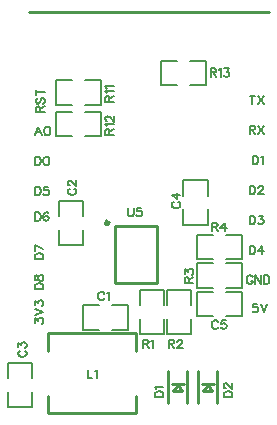
<source format=gto>
G04 Layer: TopSilkLayer*
G04 EasyEDA v6.1.52, Mon, 29 Jul 2019 07:14:48 GMT*
G04 763c4d154c644d5a9bd2c91acdf97d9b,a2ddd735335a41bd89ccdca2c933086a,10*
G04 Gerber Generator version 0.2*
G04 Scale: 100 percent, Rotated: No, Reflected: No *
G04 Dimensions in millimeters *
G04 leading zeros omitted , absolute positions ,3 integer and 3 decimal *
%FSLAX33Y33*%
%MOMM*%
G90*
G71D02*

%ADD10C,0.254000*%
%ADD27C,0.199898*%
%ADD28C,0.299999*%
%ADD29C,0.152400*%

%LPD*%
G54D10*
G01X9652Y16154D02*
G01X9652Y11328D01*
G01X13258Y11328D01*
G01X13258Y16129D01*
G01X13258Y16129D01*
G01X9652Y16154D02*
G01X9652Y16154D01*
G01X13258Y16154D01*
G54D27*
G01X4933Y15828D02*
G01X4933Y14507D01*
G01X7004Y14507D01*
G01X7004Y15828D01*
G01X4933Y16960D02*
G01X4933Y18280D01*
G01X7004Y18280D01*
G01X7004Y16960D01*
G01X9444Y7346D02*
G01X10765Y7346D01*
G01X10765Y9417D01*
G01X9444Y9417D01*
G01X8312Y7346D02*
G01X6992Y7346D01*
G01X6992Y9417D01*
G01X8312Y9417D01*
G01X19096Y10903D02*
G01X20416Y10903D01*
G01X20416Y12973D01*
G01X19096Y12973D01*
G01X17964Y10903D02*
G01X16644Y10903D01*
G01X16644Y12973D01*
G01X17964Y12973D01*
G01X615Y2112D02*
G01X615Y791D01*
G01X2686Y791D01*
G01X2686Y2112D01*
G01X615Y3244D02*
G01X615Y4564D01*
G01X2686Y4564D01*
G01X2686Y3244D01*
G01X16147Y9444D02*
G01X16147Y10764D01*
G01X14077Y10764D01*
G01X14077Y9444D01*
G01X16147Y8312D02*
G01X16147Y6992D01*
G01X14077Y6992D01*
G01X14077Y8312D01*
G01X19096Y13316D02*
G01X20416Y13316D01*
G01X20416Y15386D01*
G01X19096Y15386D01*
G01X17964Y13316D02*
G01X16644Y13316D01*
G01X16644Y15386D01*
G01X17964Y15386D01*
G01X17987Y10560D02*
G01X16666Y10560D01*
G01X16666Y8489D01*
G01X17987Y8489D01*
G01X19119Y10560D02*
G01X20439Y10560D01*
G01X20439Y8489D01*
G01X19119Y8489D01*
G01X17544Y18715D02*
G01X17544Y20035D01*
G01X15474Y20035D01*
G01X15474Y18715D01*
G01X17544Y17583D02*
G01X17544Y16263D01*
G01X15474Y16263D01*
G01X15474Y17583D01*
G01X7158Y26397D02*
G01X8478Y26397D01*
G01X8478Y28467D01*
G01X7158Y28467D01*
G01X6026Y26397D02*
G01X4706Y26397D01*
G01X4706Y28467D01*
G01X6026Y28467D01*
G01X6049Y25799D02*
G01X4729Y25799D01*
G01X4729Y23729D01*
G01X6049Y23729D01*
G01X7181Y25799D02*
G01X8501Y25799D01*
G01X8501Y23729D01*
G01X7181Y23729D01*
G01X16048Y28048D02*
G01X17368Y28048D01*
G01X17368Y30118D01*
G01X16048Y30118D01*
G01X14916Y28048D02*
G01X13596Y28048D01*
G01X13596Y30118D01*
G01X14916Y30118D01*
G54D10*
G01X4053Y7081D02*
G01X11453Y7081D01*
G01X4052Y7082D02*
G01X4052Y5581D01*
G01X11451Y7082D02*
G01X11451Y5581D01*
G01X4050Y280D02*
G01X4050Y1782D01*
G01X11449Y280D02*
G01X11449Y1781D01*
G01X11449Y281D02*
G01X4049Y281D01*
G54D27*
G01X11792Y8312D02*
G01X11792Y6992D01*
G01X13862Y6992D01*
G01X13862Y8312D01*
G01X11792Y9444D02*
G01X11792Y10764D01*
G01X13862Y10764D01*
G01X13862Y9444D01*
G54D10*
G01X17526Y2717D02*
G01X17932Y2133D01*
G01X17932Y2133D02*
G01X17119Y2133D01*
G01X17119Y2133D02*
G01X17526Y2717D01*
G01X18313Y3886D02*
G01X18313Y1193D01*
G01X16738Y1193D02*
G01X16738Y3886D01*
G01X18034Y2794D02*
G01X17018Y2794D01*
G01X14986Y2717D02*
G01X15392Y2133D01*
G01X15392Y2133D02*
G01X14579Y2133D01*
G01X14579Y2133D02*
G01X14986Y2717D01*
G01X15773Y3886D02*
G01X15773Y1193D01*
G01X14198Y1193D02*
G01X14198Y3886D01*
G01X15494Y2794D02*
G01X14478Y2794D01*
G01X2413Y34290D02*
G01X22733Y34290D01*
G54D29*
G01X10795Y17688D02*
G01X10795Y17167D01*
G01X10830Y17063D01*
G01X10899Y16995D01*
G01X11003Y16959D01*
G01X11071Y16959D01*
G01X11176Y16995D01*
G01X11244Y17063D01*
G01X11280Y17167D01*
G01X11280Y17688D01*
G01X11925Y17688D02*
G01X11577Y17688D01*
G01X11544Y17376D01*
G01X11577Y17411D01*
G01X11681Y17444D01*
G01X11785Y17444D01*
G01X11889Y17411D01*
G01X11958Y17340D01*
G01X11993Y17236D01*
G01X11993Y17167D01*
G01X11958Y17063D01*
G01X11889Y16995D01*
G01X11785Y16959D01*
G01X11681Y16959D01*
G01X11577Y16995D01*
G01X11544Y17030D01*
G01X11508Y17099D01*
G01X5854Y19316D02*
G01X5783Y19281D01*
G01X5715Y19212D01*
G01X5679Y19141D01*
G01X5679Y19004D01*
G01X5715Y18935D01*
G01X5783Y18864D01*
G01X5854Y18831D01*
G01X5956Y18796D01*
G01X6131Y18796D01*
G01X6235Y18831D01*
G01X6304Y18864D01*
G01X6372Y18935D01*
G01X6408Y19004D01*
G01X6408Y19141D01*
G01X6372Y19212D01*
G01X6304Y19281D01*
G01X6235Y19316D01*
G01X5854Y19578D02*
G01X5819Y19578D01*
G01X5750Y19613D01*
G01X5715Y19646D01*
G01X5679Y19718D01*
G01X5679Y19855D01*
G01X5715Y19926D01*
G01X5750Y19959D01*
G01X5819Y19994D01*
G01X5887Y19994D01*
G01X5956Y19959D01*
G01X6060Y19890D01*
G01X6408Y19545D01*
G01X6408Y20027D01*
G01X8775Y10401D02*
G01X8740Y10472D01*
G01X8671Y10541D01*
G01X8600Y10576D01*
G01X8463Y10576D01*
G01X8394Y10541D01*
G01X8323Y10472D01*
G01X8290Y10401D01*
G01X8255Y10299D01*
G01X8255Y10124D01*
G01X8290Y10020D01*
G01X8323Y9951D01*
G01X8394Y9883D01*
G01X8463Y9847D01*
G01X8600Y9847D01*
G01X8671Y9883D01*
G01X8740Y9951D01*
G01X8775Y10020D01*
G01X9004Y10436D02*
G01X9072Y10472D01*
G01X9177Y10576D01*
G01X9177Y9847D01*
G01X15585Y11303D02*
G01X16314Y11303D01*
G01X15585Y11303D02*
G01X15585Y11615D01*
G01X15621Y11719D01*
G01X15656Y11752D01*
G01X15725Y11788D01*
G01X15793Y11788D01*
G01X15862Y11752D01*
G01X15897Y11719D01*
G01X15933Y11615D01*
G01X15933Y11303D01*
G01X15933Y11544D02*
G01X16314Y11788D01*
G01X15585Y12085D02*
G01X15585Y12466D01*
G01X15862Y12258D01*
G01X15862Y12362D01*
G01X15897Y12433D01*
G01X15933Y12466D01*
G01X16037Y12501D01*
G01X16106Y12501D01*
G01X16210Y12466D01*
G01X16278Y12397D01*
G01X16314Y12293D01*
G01X16314Y12189D01*
G01X16278Y12085D01*
G01X16243Y12052D01*
G01X16174Y12016D01*
G01X1663Y5600D02*
G01X1592Y5565D01*
G01X1524Y5496D01*
G01X1488Y5425D01*
G01X1488Y5288D01*
G01X1524Y5219D01*
G01X1592Y5148D01*
G01X1663Y5115D01*
G01X1765Y5080D01*
G01X1940Y5080D01*
G01X2044Y5115D01*
G01X2113Y5148D01*
G01X2181Y5219D01*
G01X2217Y5288D01*
G01X2217Y5425D01*
G01X2181Y5496D01*
G01X2113Y5565D01*
G01X2044Y5600D01*
G01X1488Y5897D02*
G01X1488Y6278D01*
G01X1765Y6070D01*
G01X1765Y6174D01*
G01X1800Y6243D01*
G01X1836Y6278D01*
G01X1940Y6311D01*
G01X2009Y6311D01*
G01X2113Y6278D01*
G01X2181Y6210D01*
G01X2217Y6106D01*
G01X2217Y6002D01*
G01X2181Y5897D01*
G01X2146Y5862D01*
G01X2077Y5829D01*
G01X14224Y6512D02*
G01X14224Y5783D01*
G01X14224Y6512D02*
G01X14536Y6512D01*
G01X14640Y6477D01*
G01X14673Y6441D01*
G01X14709Y6372D01*
G01X14709Y6304D01*
G01X14673Y6235D01*
G01X14640Y6200D01*
G01X14536Y6164D01*
G01X14224Y6164D01*
G01X14465Y6164D02*
G01X14709Y5783D01*
G01X14973Y6337D02*
G01X14973Y6372D01*
G01X15006Y6441D01*
G01X15041Y6477D01*
G01X15110Y6512D01*
G01X15250Y6512D01*
G01X15318Y6477D01*
G01X15354Y6441D01*
G01X15387Y6372D01*
G01X15387Y6304D01*
G01X15354Y6235D01*
G01X15283Y6131D01*
G01X14937Y5783D01*
G01X15422Y5783D01*
G01X17907Y16418D02*
G01X17907Y15689D01*
G01X17907Y16418D02*
G01X18219Y16418D01*
G01X18323Y16383D01*
G01X18356Y16347D01*
G01X18392Y16278D01*
G01X18392Y16210D01*
G01X18356Y16141D01*
G01X18323Y16106D01*
G01X18219Y16070D01*
G01X17907Y16070D01*
G01X18148Y16070D02*
G01X18392Y15689D01*
G01X18966Y16418D02*
G01X18620Y15933D01*
G01X19138Y15933D01*
G01X18966Y16418D02*
G01X18966Y15689D01*
G01X18427Y7988D02*
G01X18392Y8059D01*
G01X18323Y8128D01*
G01X18252Y8163D01*
G01X18115Y8163D01*
G01X18046Y8128D01*
G01X17975Y8059D01*
G01X17942Y7988D01*
G01X17907Y7886D01*
G01X17907Y7711D01*
G01X17942Y7607D01*
G01X17975Y7538D01*
G01X18046Y7470D01*
G01X18115Y7434D01*
G01X18252Y7434D01*
G01X18323Y7470D01*
G01X18392Y7538D01*
G01X18427Y7607D01*
G01X19070Y8163D02*
G01X18724Y8163D01*
G01X18689Y7851D01*
G01X18724Y7886D01*
G01X18829Y7919D01*
G01X18933Y7919D01*
G01X19037Y7886D01*
G01X19105Y7815D01*
G01X19138Y7711D01*
G01X19138Y7642D01*
G01X19105Y7538D01*
G01X19037Y7470D01*
G01X18933Y7434D01*
G01X18829Y7434D01*
G01X18724Y7470D01*
G01X18689Y7505D01*
G01X18656Y7574D01*
G01X14653Y18176D02*
G01X14582Y18140D01*
G01X14513Y18072D01*
G01X14478Y18000D01*
G01X14478Y17863D01*
G01X14513Y17795D01*
G01X14582Y17724D01*
G01X14653Y17691D01*
G01X14754Y17655D01*
G01X14930Y17655D01*
G01X15034Y17691D01*
G01X15102Y17724D01*
G01X15171Y17795D01*
G01X15207Y17863D01*
G01X15207Y18000D01*
G01X15171Y18072D01*
G01X15102Y18140D01*
G01X15034Y18176D01*
G01X14478Y18750D02*
G01X14963Y18404D01*
G01X14963Y18923D01*
G01X14478Y18750D02*
G01X15207Y18750D01*
G01X8854Y26670D02*
G01X9583Y26670D01*
G01X8854Y26670D02*
G01X8854Y26982D01*
G01X8890Y27086D01*
G01X8925Y27119D01*
G01X8994Y27155D01*
G01X9062Y27155D01*
G01X9131Y27119D01*
G01X9166Y27086D01*
G01X9202Y26982D01*
G01X9202Y26670D01*
G01X9202Y26911D02*
G01X9583Y27155D01*
G01X8994Y27383D02*
G01X8958Y27452D01*
G01X8854Y27556D01*
G01X9583Y27556D01*
G01X8994Y27785D02*
G01X8958Y27853D01*
G01X8854Y27957D01*
G01X9583Y27957D01*
G01X8854Y23876D02*
G01X9583Y23876D01*
G01X8854Y23876D02*
G01X8854Y24188D01*
G01X8890Y24292D01*
G01X8925Y24325D01*
G01X8994Y24361D01*
G01X9062Y24361D01*
G01X9131Y24325D01*
G01X9166Y24292D01*
G01X9202Y24188D01*
G01X9202Y23876D01*
G01X9202Y24117D02*
G01X9583Y24361D01*
G01X8994Y24589D02*
G01X8958Y24658D01*
G01X8854Y24762D01*
G01X9583Y24762D01*
G01X9029Y25026D02*
G01X8994Y25026D01*
G01X8925Y25059D01*
G01X8890Y25095D01*
G01X8854Y25163D01*
G01X8854Y25303D01*
G01X8890Y25372D01*
G01X8925Y25407D01*
G01X8994Y25440D01*
G01X9062Y25440D01*
G01X9131Y25407D01*
G01X9235Y25336D01*
G01X9583Y24991D01*
G01X9583Y25476D01*
G01X17780Y29499D02*
G01X17780Y28770D01*
G01X17780Y29499D02*
G01X18092Y29499D01*
G01X18196Y29464D01*
G01X18229Y29428D01*
G01X18265Y29359D01*
G01X18265Y29291D01*
G01X18229Y29222D01*
G01X18196Y29187D01*
G01X18092Y29151D01*
G01X17780Y29151D01*
G01X18021Y29151D02*
G01X18265Y28770D01*
G01X18493Y29359D02*
G01X18562Y29395D01*
G01X18666Y29499D01*
G01X18666Y28770D01*
G01X18963Y29499D02*
G01X19344Y29499D01*
G01X19138Y29222D01*
G01X19240Y29222D01*
G01X19311Y29187D01*
G01X19344Y29151D01*
G01X19380Y29047D01*
G01X19380Y28978D01*
G01X19344Y28874D01*
G01X19276Y28806D01*
G01X19171Y28770D01*
G01X19067Y28770D01*
G01X18963Y28806D01*
G01X18930Y28841D01*
G01X18895Y28910D01*
G01X7366Y3972D02*
G01X7366Y3243D01*
G01X7366Y3243D02*
G01X7782Y3243D01*
G01X8011Y3832D02*
G01X8079Y3868D01*
G01X8183Y3972D01*
G01X8183Y3243D01*
G01X12065Y6512D02*
G01X12065Y5783D01*
G01X12065Y6512D02*
G01X12377Y6512D01*
G01X12481Y6477D01*
G01X12514Y6441D01*
G01X12550Y6372D01*
G01X12550Y6304D01*
G01X12514Y6235D01*
G01X12481Y6200D01*
G01X12377Y6164D01*
G01X12065Y6164D01*
G01X12306Y6164D02*
G01X12550Y5783D01*
G01X12778Y6372D02*
G01X12847Y6408D01*
G01X12951Y6512D01*
G01X12951Y5783D01*
G01X18887Y1651D02*
G01X19616Y1651D01*
G01X18887Y1651D02*
G01X18887Y1892D01*
G01X18923Y1996D01*
G01X18991Y2067D01*
G01X19062Y2100D01*
G01X19164Y2136D01*
G01X19339Y2136D01*
G01X19443Y2100D01*
G01X19512Y2067D01*
G01X19580Y1996D01*
G01X19616Y1892D01*
G01X19616Y1651D01*
G01X19062Y2400D02*
G01X19027Y2400D01*
G01X18958Y2433D01*
G01X18923Y2468D01*
G01X18887Y2537D01*
G01X18887Y2677D01*
G01X18923Y2745D01*
G01X18958Y2781D01*
G01X19027Y2814D01*
G01X19095Y2814D01*
G01X19164Y2781D01*
G01X19268Y2710D01*
G01X19616Y2364D01*
G01X19616Y2849D01*
G01X13045Y1651D02*
G01X13774Y1651D01*
G01X13045Y1651D02*
G01X13045Y1892D01*
G01X13081Y1996D01*
G01X13149Y2067D01*
G01X13220Y2100D01*
G01X13322Y2136D01*
G01X13497Y2136D01*
G01X13601Y2100D01*
G01X13670Y2067D01*
G01X13738Y1996D01*
G01X13774Y1892D01*
G01X13774Y1651D01*
G01X13185Y2364D02*
G01X13149Y2433D01*
G01X13045Y2537D01*
G01X13774Y2537D01*
G01X3012Y25781D02*
G01X3741Y25781D01*
G01X3012Y25781D02*
G01X3012Y26093D01*
G01X3048Y26197D01*
G01X3083Y26230D01*
G01X3152Y26266D01*
G01X3220Y26266D01*
G01X3289Y26230D01*
G01X3324Y26197D01*
G01X3360Y26093D01*
G01X3360Y25781D01*
G01X3360Y26022D02*
G01X3741Y26266D01*
G01X3116Y26979D02*
G01X3048Y26911D01*
G01X3012Y26807D01*
G01X3012Y26667D01*
G01X3048Y26563D01*
G01X3116Y26494D01*
G01X3187Y26494D01*
G01X3256Y26530D01*
G01X3289Y26563D01*
G01X3324Y26631D01*
G01X3393Y26840D01*
G01X3429Y26911D01*
G01X3464Y26944D01*
G01X3533Y26979D01*
G01X3637Y26979D01*
G01X3705Y26911D01*
G01X3741Y26807D01*
G01X3741Y26667D01*
G01X3705Y26563D01*
G01X3637Y26494D01*
G01X3012Y27449D02*
G01X3741Y27449D01*
G01X3012Y27208D02*
G01X3012Y27693D01*
G01X3197Y24546D02*
G01X2921Y23817D01*
G01X3197Y24546D02*
G01X3474Y23817D01*
G01X3025Y24061D02*
G01X3370Y24061D01*
G01X3911Y24546D02*
G01X3807Y24511D01*
G01X3738Y24406D01*
G01X3703Y24234D01*
G01X3703Y24130D01*
G01X3738Y23957D01*
G01X3807Y23853D01*
G01X3911Y23817D01*
G01X3980Y23817D01*
G01X4084Y23853D01*
G01X4152Y23957D01*
G01X4188Y24130D01*
G01X4188Y24234D01*
G01X4152Y24406D01*
G01X4084Y24511D01*
G01X3980Y24546D01*
G01X3911Y24546D01*
G01X2921Y22006D02*
G01X2921Y21277D01*
G01X2921Y22006D02*
G01X3162Y22006D01*
G01X3266Y21971D01*
G01X3337Y21902D01*
G01X3370Y21831D01*
G01X3406Y21729D01*
G01X3406Y21554D01*
G01X3370Y21450D01*
G01X3337Y21381D01*
G01X3266Y21313D01*
G01X3162Y21277D01*
G01X2921Y21277D01*
G01X3843Y22006D02*
G01X3738Y21971D01*
G01X3670Y21866D01*
G01X3634Y21694D01*
G01X3634Y21590D01*
G01X3670Y21417D01*
G01X3738Y21313D01*
G01X3843Y21277D01*
G01X3911Y21277D01*
G01X4015Y21313D01*
G01X4084Y21417D01*
G01X4119Y21590D01*
G01X4119Y21694D01*
G01X4084Y21866D01*
G01X4015Y21971D01*
G01X3911Y22006D01*
G01X3843Y22006D01*
G01X2921Y19466D02*
G01X2921Y18737D01*
G01X2921Y19466D02*
G01X3162Y19466D01*
G01X3266Y19431D01*
G01X3337Y19362D01*
G01X3370Y19291D01*
G01X3406Y19189D01*
G01X3406Y19014D01*
G01X3370Y18910D01*
G01X3337Y18841D01*
G01X3266Y18773D01*
G01X3162Y18737D01*
G01X2921Y18737D01*
G01X4051Y19466D02*
G01X3703Y19466D01*
G01X3670Y19154D01*
G01X3703Y19189D01*
G01X3807Y19222D01*
G01X3911Y19222D01*
G01X4015Y19189D01*
G01X4084Y19118D01*
G01X4119Y19014D01*
G01X4119Y18945D01*
G01X4084Y18841D01*
G01X4015Y18773D01*
G01X3911Y18737D01*
G01X3807Y18737D01*
G01X3703Y18773D01*
G01X3670Y18808D01*
G01X3634Y18877D01*
G01X2921Y17307D02*
G01X2921Y16578D01*
G01X2921Y17307D02*
G01X3162Y17307D01*
G01X3266Y17272D01*
G01X3337Y17203D01*
G01X3370Y17132D01*
G01X3406Y17030D01*
G01X3406Y16855D01*
G01X3370Y16751D01*
G01X3337Y16682D01*
G01X3266Y16614D01*
G01X3162Y16578D01*
G01X2921Y16578D01*
G01X4051Y17203D02*
G01X4015Y17272D01*
G01X3911Y17307D01*
G01X3843Y17307D01*
G01X3738Y17272D01*
G01X3670Y17167D01*
G01X3634Y16995D01*
G01X3634Y16822D01*
G01X3670Y16682D01*
G01X3738Y16614D01*
G01X3843Y16578D01*
G01X3876Y16578D01*
G01X3980Y16614D01*
G01X4051Y16682D01*
G01X4084Y16786D01*
G01X4084Y16822D01*
G01X4051Y16926D01*
G01X3980Y16995D01*
G01X3876Y17030D01*
G01X3843Y17030D01*
G01X3738Y16995D01*
G01X3670Y16926D01*
G01X3634Y16822D01*
G01X2885Y13335D02*
G01X3614Y13335D01*
G01X2885Y13335D02*
G01X2885Y13576D01*
G01X2921Y13680D01*
G01X2989Y13751D01*
G01X3060Y13784D01*
G01X3162Y13820D01*
G01X3337Y13820D01*
G01X3441Y13784D01*
G01X3510Y13751D01*
G01X3578Y13680D01*
G01X3614Y13576D01*
G01X3614Y13335D01*
G01X2885Y14533D02*
G01X3614Y14185D01*
G01X2885Y14048D02*
G01X2885Y14533D01*
G01X2885Y10795D02*
G01X3614Y10795D01*
G01X2885Y10795D02*
G01X2885Y11036D01*
G01X2921Y11140D01*
G01X2989Y11211D01*
G01X3060Y11244D01*
G01X3162Y11280D01*
G01X3337Y11280D01*
G01X3441Y11244D01*
G01X3510Y11211D01*
G01X3578Y11140D01*
G01X3614Y11036D01*
G01X3614Y10795D01*
G01X2885Y11681D02*
G01X2921Y11577D01*
G01X2989Y11544D01*
G01X3060Y11544D01*
G01X3129Y11577D01*
G01X3162Y11645D01*
G01X3197Y11785D01*
G01X3233Y11889D01*
G01X3302Y11958D01*
G01X3370Y11993D01*
G01X3474Y11993D01*
G01X3543Y11958D01*
G01X3578Y11925D01*
G01X3614Y11821D01*
G01X3614Y11681D01*
G01X3578Y11577D01*
G01X3543Y11544D01*
G01X3474Y11508D01*
G01X3370Y11508D01*
G01X3302Y11544D01*
G01X3233Y11612D01*
G01X3197Y11717D01*
G01X3162Y11854D01*
G01X3129Y11925D01*
G01X3060Y11958D01*
G01X2989Y11958D01*
G01X2921Y11925D01*
G01X2885Y11821D01*
G01X2885Y11681D01*
G01X2885Y7942D02*
G01X2885Y8323D01*
G01X3162Y8115D01*
G01X3162Y8219D01*
G01X3197Y8290D01*
G01X3233Y8323D01*
G01X3337Y8359D01*
G01X3406Y8359D01*
G01X3510Y8323D01*
G01X3578Y8255D01*
G01X3614Y8150D01*
G01X3614Y8046D01*
G01X3578Y7942D01*
G01X3543Y7909D01*
G01X3474Y7874D01*
G01X2885Y8587D02*
G01X3614Y8864D01*
G01X2885Y9141D02*
G01X3614Y8864D01*
G01X2885Y9438D02*
G01X2885Y9819D01*
G01X3162Y9613D01*
G01X3162Y9715D01*
G01X3197Y9786D01*
G01X3233Y9819D01*
G01X3337Y9855D01*
G01X3406Y9855D01*
G01X3510Y9819D01*
G01X3578Y9751D01*
G01X3614Y9646D01*
G01X3614Y9542D01*
G01X3578Y9438D01*
G01X3543Y9405D01*
G01X3474Y9370D01*
G01X21752Y9560D02*
G01X21404Y9560D01*
G01X21371Y9248D01*
G01X21404Y9283D01*
G01X21508Y9316D01*
G01X21612Y9316D01*
G01X21717Y9283D01*
G01X21785Y9212D01*
G01X21821Y9108D01*
G01X21821Y9039D01*
G01X21785Y8935D01*
G01X21717Y8867D01*
G01X21612Y8831D01*
G01X21508Y8831D01*
G01X21404Y8867D01*
G01X21371Y8902D01*
G01X21336Y8971D01*
G01X22049Y9560D02*
G01X22326Y8831D01*
G01X22603Y9560D02*
G01X22326Y8831D01*
G01X21348Y11798D02*
G01X21313Y11869D01*
G01X21244Y11938D01*
G01X21173Y11973D01*
G01X21036Y11973D01*
G01X20967Y11938D01*
G01X20896Y11869D01*
G01X20863Y11798D01*
G01X20828Y11696D01*
G01X20828Y11521D01*
G01X20863Y11417D01*
G01X20896Y11348D01*
G01X20967Y11280D01*
G01X21036Y11244D01*
G01X21173Y11244D01*
G01X21244Y11280D01*
G01X21313Y11348D01*
G01X21348Y11417D01*
G01X21348Y11521D01*
G01X21173Y11521D02*
G01X21348Y11521D01*
G01X21577Y11973D02*
G01X21577Y11244D01*
G01X21577Y11973D02*
G01X22059Y11244D01*
G01X22059Y11973D02*
G01X22059Y11244D01*
G01X22288Y11973D02*
G01X22288Y11244D01*
G01X22288Y11973D02*
G01X22532Y11973D01*
G01X22636Y11938D01*
G01X22705Y11869D01*
G01X22740Y11798D01*
G01X22773Y11696D01*
G01X22773Y11521D01*
G01X22740Y11417D01*
G01X22705Y11348D01*
G01X22636Y11280D01*
G01X22532Y11244D01*
G01X22288Y11244D01*
G01X21082Y14478D02*
G01X21082Y13749D01*
G01X21082Y14478D02*
G01X21323Y14478D01*
G01X21427Y14442D01*
G01X21498Y14373D01*
G01X21531Y14302D01*
G01X21567Y14201D01*
G01X21567Y14025D01*
G01X21531Y13921D01*
G01X21498Y13853D01*
G01X21427Y13784D01*
G01X21323Y13749D01*
G01X21082Y13749D01*
G01X22141Y14478D02*
G01X21795Y13992D01*
G01X22313Y13992D01*
G01X22141Y14478D02*
G01X22141Y13749D01*
G01X21082Y17018D02*
G01X21082Y16289D01*
G01X21082Y17018D02*
G01X21323Y17018D01*
G01X21427Y16982D01*
G01X21498Y16913D01*
G01X21531Y16842D01*
G01X21567Y16741D01*
G01X21567Y16565D01*
G01X21531Y16461D01*
G01X21498Y16393D01*
G01X21427Y16324D01*
G01X21323Y16289D01*
G01X21082Y16289D01*
G01X21864Y17018D02*
G01X22245Y17018D01*
G01X22037Y16741D01*
G01X22141Y16741D01*
G01X22212Y16705D01*
G01X22245Y16670D01*
G01X22280Y16565D01*
G01X22280Y16497D01*
G01X22245Y16393D01*
G01X22176Y16324D01*
G01X22072Y16289D01*
G01X21968Y16289D01*
G01X21864Y16324D01*
G01X21831Y16360D01*
G01X21795Y16428D01*
G01X21082Y19558D02*
G01X21082Y18829D01*
G01X21082Y19558D02*
G01X21323Y19558D01*
G01X21427Y19522D01*
G01X21498Y19453D01*
G01X21531Y19382D01*
G01X21567Y19281D01*
G01X21567Y19105D01*
G01X21531Y19001D01*
G01X21498Y18933D01*
G01X21427Y18864D01*
G01X21323Y18829D01*
G01X21082Y18829D01*
G01X21831Y19382D02*
G01X21831Y19418D01*
G01X21864Y19486D01*
G01X21899Y19522D01*
G01X21968Y19558D01*
G01X22108Y19558D01*
G01X22176Y19522D01*
G01X22212Y19486D01*
G01X22245Y19418D01*
G01X22245Y19349D01*
G01X22212Y19281D01*
G01X22141Y19177D01*
G01X21795Y18829D01*
G01X22280Y18829D01*
G01X21336Y22098D02*
G01X21336Y21369D01*
G01X21336Y22098D02*
G01X21577Y22098D01*
G01X21681Y22062D01*
G01X21752Y21993D01*
G01X21785Y21922D01*
G01X21821Y21821D01*
G01X21821Y21645D01*
G01X21785Y21541D01*
G01X21752Y21473D01*
G01X21681Y21404D01*
G01X21577Y21369D01*
G01X21336Y21369D01*
G01X22049Y21958D02*
G01X22118Y21993D01*
G01X22222Y22098D01*
G01X22222Y21369D01*
G01X21082Y24638D02*
G01X21082Y23909D01*
G01X21082Y24638D02*
G01X21394Y24638D01*
G01X21498Y24602D01*
G01X21531Y24566D01*
G01X21567Y24498D01*
G01X21567Y24429D01*
G01X21531Y24361D01*
G01X21498Y24325D01*
G01X21394Y24290D01*
G01X21082Y24290D01*
G01X21323Y24290D02*
G01X21567Y23909D01*
G01X21795Y24638D02*
G01X22280Y23909D01*
G01X22280Y24638D02*
G01X21795Y23909D01*
G01X21323Y27178D02*
G01X21323Y26449D01*
G01X21082Y27178D02*
G01X21567Y27178D01*
G01X21795Y27178D02*
G01X22280Y26449D01*
G01X22280Y27178D02*
G01X21795Y26449D01*
G54D28*
G75*
G01X9169Y16408D02*
G03X9169Y16406I-150J-1D01*
G01*
M00*
M02*

</source>
